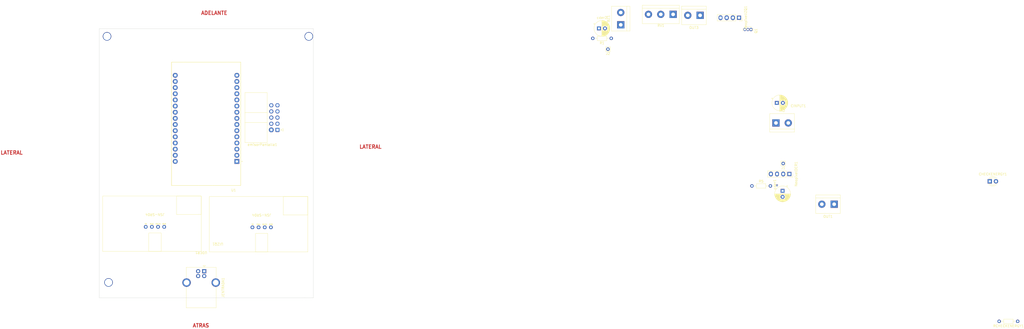
<source format=kicad_pcb>
(kicad_pcb (version 20211014) (generator pcbnew)
  (layers (0 "F.Cu" signal) (31 "B.Cu" signal) (34 "B.Paste" user) (35 "F.Paste" user) (36 "B.SilkS" user "B.Silkscreen") (37 "F.SilkS" user "F.Silkscreen") (38 "B.Mask" user) (39 "F.Mask" user) (44 "Edge.Cuts" user))
  (net 0 "")
  (net 1 "+3V3")
  (net 2 "+5V")
  (net 3 "BUZZ")
  (net 4 "GND")
  (net 5 "Net-(CHECKENERGY1-Pad2)")
  (net 6 "CSE")
  (net 7 "RESETE")
  (net 8 "DCE")
  (net 9 "SDI(MOSI)E")
  (net 10 "SCKE")
  (net 14 "TRIGIZQ")
  (net 15 "ECHODER")
  (net 16 "TRIGDER")
  (net 17 "ECHOIZQ")
  (net 21 "DINIZQ")
  (net 22 "DINDER")
  (net 28 "Net-(BZ1-Pad2)")
  (net 29 "Net-(Q1-Pad2)")
  (net 39 "Net-(NeopixelDER1-Pad4)")
  (net 40 "Net-(NeopixelIZQ1-Pad3)")
  (footprint "Resistor_THT:R_Axial_DIN0204_L3.6mm_D1.6mm_P7.62mm_Horizontal" (layer "F.Cu") (at 358.6226 93.2942)
    (fp_text reference "R5" (at 3.81 -1.92) (layer "F.SilkS"))
    (fp_text value "R")
    (pad "1" thru_hole circle (at 0 0) (size 1.4 1.4) (drill 0.7) (layers *.Cu *.Mask) (net 22 "DINDER"))
    (pad "2" thru_hole oval (at 7.62 0) (size 1.4 1.4) (drill 0.7) (layers *.Cu *.Mask) (net 39 "Net-(NeopixelDER1-Pad4)"))
  )
  (footprint "Connector_PinSocket_2.54mm:PinSocket_1x04_P2.54mm_Vertical" (layer "F.Cu") (at 374.0658 88.3666 -90)
    (fp_text reference "NeopixelDER1" (at 0 -2.77 -270) (layer "F.SilkS"))
    (fp_text value "Conn_01x04_Male")
    (pad "1" thru_hole rect (at 0 0 270) (size 1.7 1.7) (drill 1) (layers *.Cu *.Mask))
    (pad "2" thru_hole oval (at 0 2.54 270) (size 2 1.6) (drill 1) (layers *.Cu *.Mask) (net 4 "GND"))
    (pad "3" thru_hole oval (at 0 5.08 270) (size 2 1.6) (drill 1) (layers *.Cu *.Mask) (net 2 "+5V"))
    (pad "4" thru_hole oval (at 0 7.62 270) (size 2 1.7) (drill 1) (layers *.Cu *.Mask) (net 39 "Net-(NeopixelDER1-Pad4)"))
  )
  (footprint "JSN-SR04:JSN-SR04" (layer "F.Cu") (at 175.5648 120.5484 180)
    (fp_text reference "UIZQ1" (at 37.1414 3.2578 180 unlocked) (layer "F.SilkS"))
    (fp_text value "HC-SR04")
    (fp_text user "GND" (at 15.24 11.43 180 unlocked) (layer "F.SilkS") (effects (font (size 0.5 0.5) (thickness 0.125))))
    (fp_text user "JSN-SR04" (at 19.05 15.24 180 unlocked) (layer "F.SilkS"))
    (fp_text user "ECHO" (at 17.78 11.43 180 unlocked) (layer "F.SilkS") (effects (font (size 0.5 0.5) (thickness 0.125))))
    (fp_text user "5v" (at 22.86 11.43 180 unlocked) (layer "F.SilkS") (effects (font (size 0.5 0.5) (thickness 0.125))))
    (fp_text user "TRIG" (at 20.32 11.43 180 unlocked) (layer "F.SilkS") (effects (font (size 0.5 0.5) (thickness 0.125))))
    (pad "1" thru_hole circle (at 22.86 10.16 180) (size 1.524 1.524) (drill 0.762) (layers *.Cu *.Mask) (net 2 "+5V"))
    (pad "2" thru_hole circle (at 20.32 10.16 180) (size 1.524 1.524) (drill 0.762) (layers *.Cu *.Mask) (net 14 "TRIGIZQ"))
    (pad "3" thru_hole circle (at 17.78 10.16 180) (size 1.524 1.524) (drill 0.762) (layers *.Cu *.Mask) (net 17 "ECHOIZQ"))
    (pad "4" thru_hole circle (at 15.24 10.16 180) (size 1.524 1.524) (drill 0.762) (layers *.Cu *.Mask) (net 4 "GND"))
  )
  (footprint "Connector_Pin:Pin_D0.7mm_L6.5mm_W1.8mm_FlatFork" (layer "F.Cu") (at 371.5258 84.0232)
    (fp_text reference "J1" (at 0 1.8) (layer "F.SilkS"))
    (fp_text value "TESTPOINT")
    (pad "1" thru_hole circle (at 0 0) (size 1.4 1.4) (drill 0.7) (layers *.Cu *.Mask) (net 2 "+5V"))
  )
  (footprint "TerminalBlock:TerminalBlock_bornier-2_P5.08mm" (layer "F.Cu") (at 368.5286 67.2846)
    (fp_text reference "IN2" (at 2.54 -5.08) (layer "F.SilkS"))
    (fp_text value "OUTPUT RE")
    (pad "1" thru_hole rect (at 0 0) (size 3 3) (drill 1.52) (layers *.Cu *.Mask) (net 2 "+5V"))
    (pad "2" thru_hole circle (at 5.08 0) (size 3 3) (drill 1.52) (layers *.Cu *.Mask) (net 4 "GND"))
  )
  (footprint "TerminalBlock:TerminalBlock_bornier-3_P5.08mm" (layer "F.Cu") (at 326.136 22.4536 180)
    (fp_text reference "RV1" (at 5.05 -4.65) (layer "F.SilkS"))
    (fp_text value "1kOhm")
    (pad "1" thru_hole rect (at 0 0 180) (size 3 3) (drill 1.52) (layers *.Cu *.Mask) (net 28 "Net-(BZ1-Pad2)"))
    (pad "2" thru_hole circle (at 5.08 0 180) (size 3 3) (drill 1.52) (layers *.Cu *.Mask) (net 29 "Net-(Q1-Pad2)"))
    (pad "3" thru_hole circle (at 10.16 0 180) (size 3 3) (drill 1.52) (layers *.Cu *.Mask) (net 29 "Net-(Q1-Pad2)"))
  )
  (footprint "JSN-SR04:JSN-SR04" (layer "F.Cu") (at 131.5786 120.3518 180)
    (fp_text reference "UDER1" (at 0 -0.5 180 unlocked) (layer "F.SilkS"))
    (fp_text value "HC-SR04")
    (fp_text user "TRIG" (at 20.32 11.43 180 unlocked) (layer "F.SilkS") (effects (font (size 0.5 0.5) (thickness 0.125))))
    (fp_text user "ECHO" (at 17.78 11.43 180 unlocked) (layer "F.SilkS") (effects (font (size 0.5 0.5) (thickness 0.125))))
    (fp_text user "GND" (at 15.24 11.43 180 unlocked) (layer "F.SilkS") (effects (font (size 0.5 0.5) (thickness 0.125))))
    (fp_text user "JSN-SR04" (at 19.05 15.24 180 unlocked) (layer "F.SilkS"))
    (fp_text user "5v" (at 22.86 11.43 180 unlocked) (layer "F.SilkS") (effects (font (size 0.5 0.5) (thickness 0.125))))
    (pad "1" thru_hole circle (at 22.86 10.16 180) (size 1.524 1.524) (drill 0.762) (layers *.Cu *.Mask) (net 2 "+5V"))
    (pad "2" thru_hole circle (at 20.32 10.16 180) (size 1.524 1.524) (drill 0.762) (layers *.Cu *.Mask) (net 16 "TRIGDER"))
    (pad "3" thru_hole circle (at 17.78 10.16 180) (size 1.524 1.524) (drill 0.762) (layers *.Cu *.Mask) (net 15 "ECHODER"))
    (pad "4" thru_hole circle (at 15.24 10.16 180) (size 1.524 1.524) (drill 0.762) (layers *.Cu *.Mask) (net 4 "GND"))
  )
  (footprint "Capacitor_THT:CP_Radial_D6.3mm_P2.50mm" (layer "F.Cu") (at 368.8842 59.0042)
    (fp_text reference "CINPUT1" (at 8.89 1.27) (layer "F.SilkS"))
    (fp_text value "100µF")
    (pad "1" thru_hole rect (at 0 0) (size 1.6 1.6) (drill 0.8) (layers *.Cu *.Mask) (net 2 "+5V"))
    (pad "2" thru_hole circle (at 2.5 0) (size 1.6 1.6) (drill 0.8) (layers *.Cu *.Mask) (net 4 "GND"))
  )
  (footprint "Capacitor_THT:CP_Radial_D6.3mm_P2.50mm" (layer "F.Cu") (at 371.2718 95.3154 -90)
    (fp_text reference "cder1" (at -2.6308 3.2258 90) (layer "F.SilkS"))
    (fp_text value "680uF")
    (pad "1" thru_hole rect (at 0 0 270) (size 1.6 1.6) (drill 0.8) (layers *.Cu *.Mask) (net 2 "+5V"))
    (pad "2" thru_hole circle (at 2.5 0 270) (size 1.6 1.6) (drill 0.8) (layers *.Cu *.Mask) (net 4 "GND"))
  )
  (footprint "Connector_PinSocket_2.54mm:PinSocket_1x04_P2.54mm_Vertical" (layer "F.Cu") (at 353.304 23.8502 -90)
    (fp_text reference "NeopixelIZQ1" (at 0 -2.77 -270) (layer "F.SilkS"))
    (fp_text value "Conn_01x04_Male")
    (pad "1" thru_hole rect (at 0 0 270) (size 1.7 1.7) (drill 1) (layers *.Cu *.Mask) (net 4 "GND"))
    (pad "2" thru_hole oval (at 0 2.54 270) (size 2 1.7) (drill 1) (layers *.Cu *.Mask) (net 2 "+5V"))
    (pad "3" thru_hole oval (at 0 5.08 270) (size 2 1.7) (drill 1) (layers *.Cu *.Mask) (net 40 "Net-(NeopixelIZQ1-Pad3)"))
    (pad "4" thru_hole oval (at 0 7.62 270) (size 2 1.6) (drill 1) (layers *.Cu *.Mask))
  )
  (footprint "Connector_USB:USB_B_OST_USB-B1HSxx_Horizontal" (layer "F.Cu") (at 132.822 128.4997 -90)
    (fp_text reference "JENTRADA1" (at 6.76 -7.77 90) (layer "F.SilkS"))
    (fp_text value "USB_B")
    (pad "1" thru_hole rect (at 0 0 270) (size 1.7 1.7) (drill 0.92) (layers *.Cu *.Mask) (net 2 "+5V"))
    (pad "2" thru_hole circle (at 0 2.5 270) (size 1.7 1.7) (drill 0.92) (layers *.Cu *.Mask))
    (pad "3" thru_hole circle (at 2 2.5 270) (size 1.7 1.7) (drill 0.92) (layers *.Cu *.Mask))
    (pad "4" thru_hole circle (at 2 0 270) (size 1.7 1.7) (drill 0.92) (layers *.Cu *.Mask) (net 4 "GND"))
    (pad "5" thru_hole circle (at 4.71 7.27 270) (size 3.5 3.5) (drill 2.33) (layers *.Cu *.Mask) (net 4 "GND"))
    (pad "5" thru_hole circle (at 4.71 -4.77 270) (size 3.5 3.5) (drill 2.33) (layers *.Cu *.Mask) (net 4 "GND"))
  )
  (footprint "Capacitor_THT:CP_Radial_D6.3mm_P2.50mm" (layer "F.Cu") (at 295.540421 28.2448)
    (fp_text reference "cder2" (at 1.25 -4.4) (layer "F.SilkS"))
    (fp_text value "680uF")
    (pad "1" thru_hole rect (at 0 0) (size 1.6 1.6) (drill 0.8) (layers *.Cu *.Mask) (net 2 "+5V"))
    (pad "2" thru_hole circle (at 2.5 0) (size 1.6 1.6) (drill 0.8) (layers *.Cu *.Mask) (net 4 "GND"))
  )
  (footprint "TerminalBlock:TerminalBlock_bornier-2_P5.08mm" (layer "F.Cu") (at 392.5316 100.838 180)
    (fp_text reference "OUT1" (at 2.54 -5.08) (layer "F.SilkS"))
    (fp_text value "BRIDGE")
    (pad "1" thru_hole rect (at 0 0 180) (size 3 3) (drill 1.52) (layers *.Cu *.Mask) (net 2 "+5V"))
    (pad "2" thru_hole circle (at 5.08 0 180) (size 3 3) (drill 1.52) (layers *.Cu *.Mask) (net 4 "GND"))
  )
  (footprint "Resistor_THT:R_Axial_DIN0204_L3.6mm_D1.6mm_P7.62mm_Horizontal" (layer "F.Cu") (at 300.6344 32.3596 180)
    (fp_text reference "R1" (at 3.81 -1.92) (layer "F.SilkS"))
    (fp_text value "R")
    (pad "1" thru_hole circle (at 0 0 180) (size 1.4 1.4) (drill 0.7) (layers *.Cu *.Mask) (net 21 "DINIZQ"))
    (pad "2" thru_hole oval (at 7.62 0 180) (size 1.4 1.4) (drill 0.7) (layers *.Cu *.Mask) (net 40 "Net-(NeopixelIZQ1-Pad3)"))
  )
  (footprint "TerminalBlock:TerminalBlock_bornier-2_P5.08mm" (layer "F.Cu") (at 337.2612 22.86 180)
    (fp_text reference "OUT3" (at 2.54 -5.08) (layer "F.SilkS"))
    (fp_text value "INPUTRE")
    (pad "1" thru_hole rect (at 0 0 180) (size 3 3) (drill 1.52) (layers *.Cu *.Mask) (net 1 "+3V3"))
    (pad "2" thru_hole circle (at 5.08 0 180) (size 3 3) (drill 1.52) (layers *.Cu *.Mask) (net 4 "GND"))
  )
  (footprint "Resistor_THT:R_Axial_DIN0204_L3.6mm_D1.6mm_P7.62mm_Horizontal" (layer "F.Cu") (at 468.1728 149.1996 180)
    (fp_text reference "RCHECKENERGY1" (at 3.81 -1.92) (layer "F.SilkS"))
    (fp_text value "330")
    (pad "1" thru_hole circle (at 0 0 180) (size 1.4 1.4) (drill 0.7) (layers *.Cu *.Mask) (net 5 "Net-(CHECKENERGY1-Pad2)"))
    (pad "2" thru_hole oval (at 7.62 0 180) (size 1.4 1.4) (drill 0.7) (layers *.Cu *.Mask) (net 2 "+5V"))
  )
  (footprint "TerminalBlock:TerminalBlock_bornier-2_P5.08mm" (layer "F.Cu") (at 304.546 26.7716 90)
    (fp_text reference "BZ1" (at 2.54 -5.08 90) (layer "F.SilkS"))
    (fp_text value "Buzzer")
    (pad "1" thru_hole rect (at 0 0 90) (size 3 3) (drill 1.52) (layers *.Cu *.Mask) (net 2 "+5V"))
    (pad "2" thru_hole circle (at 5.08 0 90) (size 3 3) (drill 1.52) (layers *.Cu *.Mask) (net 28 "Net-(BZ1-Pad2)"))
  )
  (footprint "ESP32-DEVKIT-V1:MODULE_ESP32_DEVKIT_V1" (layer "F.Cu") (at 133.5855 67.6656 180)
    (fp_text reference "U1" (at -11.355 -27.36) (layer "F.SilkS"))
    (fp_text value "ESP32-DEVKIT-V1")
    (pad "1" thru_hole rect (at -12.7 -15.515 180) (size 2 2) (drill 1.02) (layers *.Cu *.Mask) (net 1 "+3V3"))
    (pad "2" thru_hole circle (at -12.7 -12.975 180) (size 2 2) (drill 1.02) (layers *.Cu *.Mask) (net 4 "GND"))
    (pad "3" thru_hole circle (at -12.7 -10.435 180) (size 2 2) (drill 1.02) (layers *.Cu *.Mask) (net 6 "CSE"))
    (pad "4" thru_hole circle (at -12.7 -7.895 180) (size 2 2) (drill 1.02) (layers *.Cu *.Mask) (net 7 "RESETE"))
    (pad "5" thru_hole circle (at -12.7 -5.355 180) (size 2 2) (drill 1.02) (layers *.Cu *.Mask) (net 8 "DCE"))
    (pad "6" thru_hole circle (at -12.7 -2.815 180) (size 2 2) (drill 1.02) (layers *.Cu *.Mask))
    (pad "7" thru_hole circle (at -12.7 -0.275 180) (size 2 2) (drill 1.02) (layers *.Cu *.Mask) (net 3 "BUZZ"))
    (pad "8" thru_hole circle (at -12.7 2.265 180) (size 2 2) (drill 1.02) (layers *.Cu *.Mask) (net 21 "DINIZQ"))
    (pad "9" thru_hole circle (at -12.7 4.805 180) (size 2 2) (drill 1.02) (layers *.Cu *.Mask) (net 10 "SCKE"))
    (pad "10" thru_hole circle (at -12.7 7.345 180) (size 2 2) (drill 1.02) (layers *.Cu *.Mask) (net 14 "TRIGIZQ"))
    (pad "11" thru_hole circle (at -12.7 9.885 180) (size 2 2) (drill 1.02) (layers *.Cu *.Mask) (net 17 "ECHOIZQ"))
    (pad "12" thru_hole circle (at -12.7 12.425 180) (size 2 2) (drill 1.02) (layers *.Cu *.Mask))
    (pad "13" thru_hole circle (at -12.7 14.965 180) (size 2 2) (drill 1.02) (layers *.Cu *.Mask))
    (pad "14" thru_hole circle (at -12.7 17.505 180) (size 2 2) (drill 1.02) (layers *.Cu *.Mask))
    (pad "15" thru_hole circle (at -12.7 20.045 180) (size 2 2) (drill 1.02) (layers *.Cu *.Mask) (net 9 "SDI(MOSI)E"))
    (pad "16" thru_hole circle (at 12.7 20.045 180) (size 2 2) (drill 1.02) (layers *.Cu *.Mask))
    (pad "17" thru_hole circle (at 12.7 17.505 180) (size 2 2) (drill 1.02) (layers *.Cu *.Mask))
    (pad "18" thru_hole circle (at 12.7 14.965 180) (size 2 2) (drill 1.02) (layers *.Cu *.Mask))
    (pad "19" thru_hole circle (at 12.7 12.425 180) (size 2 2) (drill 1.02) (layers *.Cu *.Mask))
    (pad "20" thru_hole circle (at 12.7 9.885 180) (size 2 2) (drill 1.02) (layers *.Cu *.Mask))
    (pad "21" thru_hole circle (at 12.7 7.345 180) (size 2 2) (drill 1.02) (layers *.Cu *.Mask) (net 22 "DINDER"))
    (pad "22" thru_hole circle (at 12.7 4.805 180) (size 2 2) (drill 1.02) (layers *.Cu *.Mask))
    (pad "23" thru_hole circle (at 12.7 2.265 180) (size 2 2) (drill 1.02) (layers *.Cu *.Mask))
    (pad "24" thru_hole circle (at 12.7 -0.275 180) (size 2 2) (drill 1.02) (layers *.Cu *.Mask) (net 16 "TRIGDER"))
    (pad "25" thru_hole circle (at 12.7 -2.815 180) (size 2 2) (drill 1.02) (layers *.Cu *.Mask) (net 15 "ECHODER"))
    (pad "26" thru_hole circle (at 12.7 -5.355 180) (size 2 2) (drill 1.02) (layers *.Cu *.Mask))
    (pad "27" thru_hole circle (at 12.7 -7.895 180) (size 2 2) (drill 1.02) (layers *.Cu *.Mask))
    (pad "28" thru_hole circle (at 12.7 -10.435 180) (size 2 2) (drill 1.02) (layers *.Cu *.Mask))
    (pad "29" thru_hole circle (at 12.7 -12.975 180) (size 2 2) (drill 1.02) (layers *.Cu *.Mask) (net 4 "GND"))
    (pad "30" thru_hole circle (at 12.7 -15.515 180) (size 2 2) (drill 1.02) (layers *.Cu *.Mask) (net 2 "+5V"))
  )
  (footprint "LED_THT:LED_D3.0mm" (layer "F.Cu") (at 456.687 91.3892)
    (fp_text reference "CHECKENERGY1" (at 1.27 -2.96) (layer "F.SilkS"))
    (fp_text value "LED")
    (pad "1" thru_hole rect (at 0 0) (size 1.8 1.8) (drill 0.9) (layers *.Cu *.Mask) (net 4 "GND"))
    (pad "2" thru_hole circle (at 2.54 0) (size 1.8 1.8) (drill 0.9) (layers *.Cu *.Mask) (net 5 "Net-(CHECKENERGY1-Pad2)"))
  )
  (footprint "Connector_Pin:Pin_D0.7mm_L6.5mm_W1.8mm_FlatFork" (layer "F.Cu") (at 299.2628 36.83)
    (fp_text reference "J2" (at 0 1.8) (layer "F.SilkS"))
    (fp_text value "TESTPOINT")
    (pad "1" thru_hole circle (at 0 0) (size 1.4 1.4) (drill 0.7) (layers *.Cu *.Mask) (net 2 "+5V"))
  )
  (footprint "Connector_IDC:IDC-Header_2x05_P2.54mm_Horizontal" (layer "F.Cu") (at 163.0251 70.1548 180)
    (fp_text reference "emisorPantalla1" (at 6.215 -6.1) (layer "F.SilkS"))
    (fp_text value "IDC-10")
    (pad "1" thru_hole roundrect (at 0 0 180) (size 1.7 1.7) (drill 1) (layers *.Cu *.Mask) (roundrect_rratio 0.147059) (net 1 "+3V3"))
    (pad "2" thru_hole circle (at 2.54 0 180) (size 2 2) (drill 1) (layers *.Cu *.Mask) (net 2 "+5V"))
    (pad "3" thru_hole circle (at 0 2.54 180) (size 1.7 1.7) (drill 1) (layers *.Cu *.Mask) (net 6 "CSE"))
    (pad "4" thru_hole circle (at 2.54 2.54 180) (size 1.7 1.7) (drill 1) (layers *.Cu *.Mask))
    (pad "5" thru_hole circle (at 0 5.08 180) (size 1.7 1.7) (drill 1) (layers *.Cu *.Mask) (net 7 "RESETE"))
    (pad "6" thru_hole circle (at 2.54 5.08 180) (size 1.7 1.7) (drill 1) (layers *.Cu *.Mask))
    (pad "7" thru_hole circle (at 0 7.62 180) (size 1.7 1.7) (drill 1) (layers *.Cu *.Mask) (net 8 "DCE"))
    (pad "8" thru_hole circle (at 2.54 7.62 180) (size 1.7 1.7) (drill 1) (layers *.Cu *.Mask) (net 4 "GND"))
    (pad "9" thru_hole circle (at 0 10.16 180) (size 1.7 1.7) (drill 1) (layers *.Cu *.Mask) (net 10 "SCKE"))
    (pad "10" thru_hole circle (at 2.54 10.16 180) (size 1.7 1.7) (drill 1) (layers *.Cu *.Mask) (net 9 "SDI(MOSI)E"))
  )
  (footprint "Package_TO_SOT_THT:TO-92Flat" (layer "F.Cu") (at 358.2416 28.702 180)
    (fp_text reference "Q1" (at -2.032 -0.597 90) (layer "F.SilkS"))
    (fp_text value "Q_NPN_BCE")
    (pad "1" thru_hole roundrect (at 0 0 180) (size 1.05 1.3) (drill 0.75) (layers *.Cu *.Mask) (roundrect_rratio 0.238) (net 3 "BUZZ"))
    (pad "2" thru_hole oval (at 1.27 0 180) (size 1.05 1.3) (drill 0.75) (layers *.Cu *.Mask) (net 29 "Net-(Q1-Pad2)"))
    (pad "3" thru_hole oval (at 2.54 0 180) (size 1.05 1.3) (drill 0.75) (layers *.Cu *.Mask) (net 4 "GND"))
  )
  (gr_line (start 89.5858 138.8491) (end 89.5858 139.4841) (layer "Edge.Cuts") (width 0.1))
  (gr_line (start 89.5858 28.3591) (end 89.5858 138.8491) (layer "Edge.Cuts") (width 0.1))
  (gr_line (start 177.8508 28.3591) (end 89.5858 28.3591) (layer "Edge.Cuts") (width 0.1))
  (gr_line (start 177.8508 139.4841) (end 177.8508 28.3591) (layer "Edge.Cuts") (width 0.1))
  (gr_line (start 174.0408 139.4841) (end 177.8508 139.4841) (layer "Edge.Cuts") (width 0.1))
  (gr_line (start 89.5858 139.4841) (end 174.0408 139.4841) (layer "Edge.Cuts") (width 0.1))
  (gr_text "LATERAL\n" (at 53.4416 79.5528) (layer "F.Cu") (effects (font (size 1.5 1.5) (thickness 0.3))))
  (gr_text "LATERAL\n\n\n" (at 201.3712 79.5528) (layer "F.Cu") (effects (font (size 1.5 1.5) (thickness 0.3))))
  (gr_text "ATRAS\n" (at 131.4704 150.9268) (layer "F.Cu") (effects (font (size 1.5 1.5) (thickness 0.3))))
  (gr_text "ADELANTE\n" (at 136.9568 21.8948) (layer "F.Cu") (effects (font (size 1.5 1.5) (thickness 0.3))))
  (via (at 92.7608 31.5341) (size 3.5) (drill 3) (layers "F.Cu" "B.Cu") (net 0))
  (via (at 93.3958 133.1341) (size 3.5) (drill 3) (layers "F.Cu" "B.Cu") (net 0))
  (via (at 93.3958 133.1341) (size 0.8) (drill 0.4) (layers "F.Cu" "B.Cu") (net 0))
  (via (at 175.9458 31.5341) (size 3.5) (drill 3) (layers "F.Cu" "B.Cu") (net 0))
  (via (at 175.9458 31.5341) (size 0.8) (drill 0.4) (layers "F.Cu" "B.Cu") (net 0))
  (via (at 368.9858 93.0294) (size 0.8) (drill 0.4) (layers "F.Cu" "B.Cu") (net 2))
  (segment (start 368.8842 66.929) (end 368.5286 67.2846) (width 1.5) (layer "B.Cu") (net 2))
  (segment (start 371.522621 88.369779) (end 371.5258 88.3666) (width 1) (layer "B.Cu") (net 4))
)
</source>
